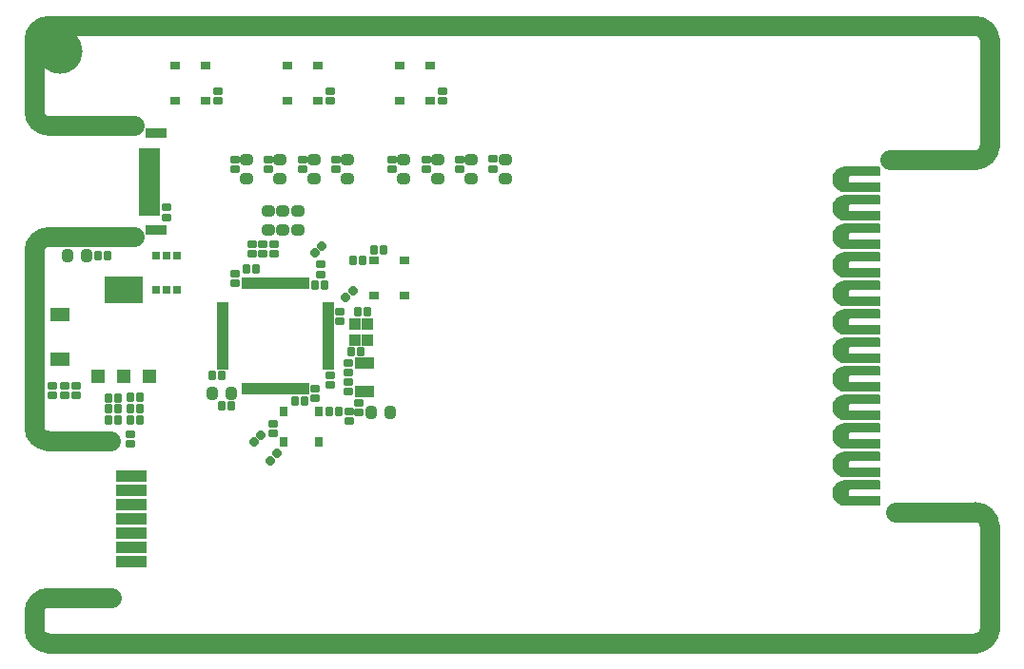
<source format=gbs>
G04*
G04 #@! TF.GenerationSoftware,Altium Limited,Altium Designer,26.2.0 (7)*
G04*
G04 Layer_Color=16711935*
%FSLAX44Y44*%
%MOMM*%
G71*
G04*
G04 #@! TF.SameCoordinates,5073EF85-569D-4715-B1C4-D54BA00D27BC*
G04*
G04*
G04 #@! TF.FilePolarity,Negative*
G04*
G01*
G75*
%ADD22C,1.7600*%
%ADD23R,1.9032X0.9032*%
%ADD24R,1.9032X0.5032*%
%ADD25R,2.7032X1.0032*%
G04:AMPARAMS|DCode=26|XSize=0.7432mm|YSize=0.8032mm|CornerRadius=0.1691mm|HoleSize=0mm|Usage=FLASHONLY|Rotation=0.000|XOffset=0mm|YOffset=0mm|HoleType=Round|Shape=RoundedRectangle|*
%AMROUNDEDRECTD26*
21,1,0.7432,0.4650,0,0,0.0*
21,1,0.4050,0.8032,0,0,0.0*
1,1,0.3382,0.2025,-0.2325*
1,1,0.3382,-0.2025,-0.2325*
1,1,0.3382,-0.2025,0.2325*
1,1,0.3382,0.2025,0.2325*
%
%ADD26ROUNDEDRECTD26*%
%ADD27C,1.2032*%
%ADD28C,4.0000*%
%ADD45R,1.8000X1.0000*%
G04:AMPARAMS|DCode=46|XSize=0.7432mm|YSize=0.8032mm|CornerRadius=0.1691mm|HoleSize=0mm|Usage=FLASHONLY|Rotation=270.000|XOffset=0mm|YOffset=0mm|HoleType=Round|Shape=RoundedRectangle|*
%AMROUNDEDRECTD46*
21,1,0.7432,0.4650,0,0,270.0*
21,1,0.4050,0.8032,0,0,270.0*
1,1,0.3382,-0.2325,-0.2025*
1,1,0.3382,-0.2325,0.2025*
1,1,0.3382,0.2325,0.2025*
1,1,0.3382,0.2325,-0.2025*
%
%ADD46ROUNDEDRECTD46*%
G04:AMPARAMS|DCode=47|XSize=0.7432mm|YSize=0.8032mm|CornerRadius=0.1691mm|HoleSize=0mm|Usage=FLASHONLY|Rotation=225.000|XOffset=0mm|YOffset=0mm|HoleType=Round|Shape=RoundedRectangle|*
%AMROUNDEDRECTD47*
21,1,0.7432,0.4650,0,0,225.0*
21,1,0.4050,0.8032,0,0,225.0*
1,1,0.3382,-0.3076,0.0212*
1,1,0.3382,-0.0212,0.3076*
1,1,0.3382,0.3076,-0.0212*
1,1,0.3382,0.0212,-0.3076*
%
%ADD47ROUNDEDRECTD47*%
%ADD48R,1.7032X1.2032*%
%ADD49R,1.2032X1.2032*%
%ADD50R,0.8032X0.7032*%
%ADD51R,0.5000X1.1000*%
%ADD52R,1.1000X0.5000*%
%ADD53R,0.8532X0.8032*%
%ADD54R,0.8032X0.8532*%
%ADD55R,3.4532X2.3532*%
G04:AMPARAMS|DCode=56|XSize=1.1532mm|YSize=1.0032mm|CornerRadius=0.3016mm|HoleSize=0mm|Usage=FLASHONLY|Rotation=0.000|XOffset=0mm|YOffset=0mm|HoleType=Round|Shape=RoundedRectangle|*
%AMROUNDEDRECTD56*
21,1,1.1532,0.4000,0,0,0.0*
21,1,0.5500,1.0032,0,0,0.0*
1,1,0.6032,0.2750,-0.2000*
1,1,0.6032,-0.2750,-0.2000*
1,1,0.6032,-0.2750,0.2000*
1,1,0.6032,0.2750,0.2000*
%
%ADD56ROUNDEDRECTD56*%
G04:AMPARAMS|DCode=57|XSize=1.1532mm|YSize=1.0032mm|CornerRadius=0.3016mm|HoleSize=0mm|Usage=FLASHONLY|Rotation=90.000|XOffset=0mm|YOffset=0mm|HoleType=Round|Shape=RoundedRectangle|*
%AMROUNDEDRECTD57*
21,1,1.1532,0.4000,0,0,90.0*
21,1,0.5500,1.0032,0,0,90.0*
1,1,0.6032,0.2000,0.2750*
1,1,0.6032,0.2000,-0.2750*
1,1,0.6032,-0.2000,-0.2750*
1,1,0.6032,-0.2000,0.2750*
%
%ADD57ROUNDEDRECTD57*%
%ADD58R,1.0032X1.1032*%
G36*
X753025Y146343D02*
X753739Y145629D01*
X754126Y144695D01*
Y144190D01*
Y138602D01*
X728980D01*
X728336Y138539D01*
X727145Y138046D01*
X726235Y137135D01*
X725741Y135944D01*
X725678Y135300D01*
X725741Y134656D01*
X726235Y133465D01*
X727145Y132554D01*
X728336Y132061D01*
X728980Y131998D01*
X754126D01*
Y126410D01*
Y125905D01*
X753739Y124971D01*
X753025Y124257D01*
X752091Y123870D01*
X751586D01*
Y123870D01*
X722630Y123870D01*
X721504D01*
X719296Y124309D01*
X717216Y125171D01*
X715344Y126422D01*
X713752Y128014D01*
X712501Y129886D01*
X711639Y131966D01*
X711200Y134174D01*
Y135300D01*
Y136426D01*
X711639Y138634D01*
X712501Y140714D01*
X713752Y142586D01*
X715344Y144178D01*
X717216Y145429D01*
X719296Y146291D01*
X721504Y146730D01*
X752091D01*
X753025Y146343D01*
D02*
G37*
G36*
Y171743D02*
X753739Y171029D01*
X754126Y170095D01*
Y169590D01*
Y164002D01*
X728980Y164002D01*
X728336Y163939D01*
X727145Y163445D01*
X726235Y162534D01*
X725741Y161344D01*
X725678Y160700D01*
X725741Y160056D01*
X726235Y158865D01*
X727145Y157954D01*
X728336Y157461D01*
X728980Y157398D01*
Y157398D01*
X754126Y157398D01*
Y151810D01*
Y151305D01*
X753739Y150371D01*
X753025Y149657D01*
X752091Y149270D01*
X751586D01*
Y149270D01*
X722630Y149270D01*
X721504D01*
X719296Y149709D01*
X717216Y150571D01*
X715344Y151822D01*
X713752Y153414D01*
X712501Y155286D01*
X711639Y157366D01*
X711200Y159574D01*
Y160700D01*
Y161826D01*
X711639Y164034D01*
X712501Y166114D01*
X713752Y167986D01*
X715344Y169578D01*
X717216Y170829D01*
X719296Y171691D01*
X721504Y172130D01*
X752091D01*
X753025Y171743D01*
D02*
G37*
G36*
Y197143D02*
X753739Y196429D01*
X754126Y195495D01*
Y194990D01*
Y194990D01*
Y189402D01*
X728980D01*
X728336Y189338D01*
X727145Y188846D01*
X726235Y187934D01*
X725741Y186744D01*
X725678Y186100D01*
X725741Y185456D01*
X726235Y184265D01*
X727145Y183354D01*
X728336Y182861D01*
X728980Y182798D01*
X754126D01*
Y177210D01*
Y176705D01*
X753739Y175771D01*
X753025Y175057D01*
X752091Y174670D01*
X721504D01*
X719296Y175109D01*
X717216Y175971D01*
X715344Y177222D01*
X713752Y178814D01*
X712501Y180686D01*
X711639Y182766D01*
X711200Y184974D01*
Y186100D01*
Y187226D01*
X711639Y189434D01*
X712501Y191514D01*
X713752Y193386D01*
X715344Y194978D01*
X717216Y196229D01*
X719296Y197091D01*
X721504Y197530D01*
X722630D01*
X751586Y197530D01*
X752091D01*
X753025Y197143D01*
D02*
G37*
G36*
X751586Y222930D02*
X752091D01*
X753025Y222543D01*
X753739Y221829D01*
X754126Y220895D01*
Y220390D01*
Y214802D01*
X728980D01*
X728336Y214739D01*
X727145Y214245D01*
X726235Y213335D01*
X725741Y212144D01*
X725678Y211500D01*
X725741Y210856D01*
X726235Y209666D01*
X727145Y208754D01*
X728336Y208261D01*
X728980Y208198D01*
X754126Y208198D01*
X754126Y202610D01*
Y202105D01*
X753739Y201171D01*
X753025Y200457D01*
X752091Y200070D01*
X751586D01*
Y200070D01*
X721504D01*
X719296Y200509D01*
X717216Y201371D01*
X715344Y202622D01*
X713752Y204214D01*
X712501Y206086D01*
X711639Y208166D01*
X711200Y210374D01*
Y211500D01*
Y212626D01*
X711639Y214834D01*
X712501Y216914D01*
X713752Y218786D01*
X715344Y220378D01*
X717216Y221629D01*
X719296Y222491D01*
X721504Y222930D01*
X722630D01*
X751586Y222930D01*
D02*
G37*
G36*
X753025Y247943D02*
X753739Y247229D01*
X754126Y246295D01*
Y245790D01*
X754126D01*
X754126Y240202D01*
X728980D01*
X728336Y240138D01*
X727145Y239646D01*
X726235Y238734D01*
X725741Y237544D01*
X725678Y236900D01*
X725741Y236256D01*
X726235Y235065D01*
X727145Y234154D01*
X728336Y233661D01*
X728980Y233598D01*
X754126D01*
Y228010D01*
Y227505D01*
X753739Y226571D01*
X753025Y225857D01*
X752091Y225470D01*
X751586D01*
Y225470D01*
X721504D01*
X719296Y225909D01*
X717216Y226771D01*
X715344Y228022D01*
X713752Y229614D01*
X712501Y231486D01*
X711639Y233566D01*
X711200Y235774D01*
Y236900D01*
Y238026D01*
X711639Y240234D01*
X712501Y242314D01*
X713752Y244186D01*
X715344Y245778D01*
X717216Y247029D01*
X719296Y247891D01*
X721504Y248330D01*
X752091D01*
X753025Y247943D01*
D02*
G37*
G36*
Y273343D02*
X753739Y272629D01*
X754126Y271695D01*
Y271190D01*
Y265602D01*
X728980Y265602D01*
X728336Y265539D01*
X727145Y265046D01*
X726235Y264135D01*
X725741Y262944D01*
X725678Y262300D01*
X725741Y261656D01*
X726235Y260466D01*
X727145Y259555D01*
X728336Y259061D01*
X728980Y258998D01*
Y258998D01*
X754126D01*
Y253410D01*
Y252905D01*
X753739Y251971D01*
X753025Y251257D01*
X752091Y250870D01*
X721504D01*
X719296Y251309D01*
X717216Y252171D01*
X715344Y253422D01*
X713752Y255014D01*
X712501Y256886D01*
X711639Y258966D01*
X711200Y261174D01*
Y262300D01*
Y263426D01*
X711639Y265634D01*
X712501Y267714D01*
X713752Y269586D01*
X715344Y271178D01*
X717216Y272429D01*
X719296Y273291D01*
X721504Y273730D01*
X752091D01*
X753025Y273343D01*
D02*
G37*
G36*
Y298743D02*
X753739Y298029D01*
X754126Y297095D01*
Y296590D01*
Y291002D01*
X728980D01*
X728336Y290938D01*
X727145Y290445D01*
X726235Y289534D01*
X725741Y288344D01*
X725678Y287700D01*
X725741Y287056D01*
X726235Y285865D01*
X727145Y284954D01*
X728336Y284461D01*
X728980Y284398D01*
Y284398D01*
X754126Y284398D01*
Y278810D01*
Y278305D01*
X753739Y277371D01*
X753025Y276657D01*
X752091Y276270D01*
X721504D01*
X719296Y276709D01*
X717216Y277571D01*
X715344Y278822D01*
X713752Y280414D01*
X712501Y282286D01*
X711639Y284366D01*
X711200Y286574D01*
Y287700D01*
Y288826D01*
X711639Y291034D01*
X712501Y293114D01*
X713752Y294986D01*
X715344Y296578D01*
X717216Y297829D01*
X719296Y298691D01*
X721504Y299130D01*
X752091D01*
X753025Y298743D01*
D02*
G37*
G36*
X753025Y324143D02*
X753739Y323429D01*
X754126Y322495D01*
Y321990D01*
X754126D01*
Y316402D01*
X728980D01*
X728336Y316339D01*
X727145Y315846D01*
X726235Y314935D01*
X725741Y313744D01*
X725678Y313100D01*
X725741Y312456D01*
X726235Y311266D01*
X727145Y310354D01*
X728336Y309861D01*
X728980Y309798D01*
X754126D01*
Y304210D01*
Y303705D01*
X753739Y302771D01*
X753025Y302057D01*
X752091Y301670D01*
X721504D01*
X719296Y302109D01*
X717216Y302971D01*
X715344Y304222D01*
X713752Y305814D01*
X712501Y307686D01*
X711639Y309766D01*
X711200Y311974D01*
Y313100D01*
Y314226D01*
X711639Y316434D01*
X712501Y318514D01*
X713752Y320386D01*
X715344Y321978D01*
X717216Y323229D01*
X719296Y324091D01*
X721504Y324530D01*
X752091D01*
X753025Y324143D01*
D02*
G37*
G36*
X753025Y349543D02*
X753739Y348829D01*
X754126Y347895D01*
Y347390D01*
Y341802D01*
X728980D01*
X728336Y341739D01*
X727145Y341245D01*
X726235Y340335D01*
X725741Y339144D01*
X725678Y338500D01*
X725741Y337856D01*
X726235Y336665D01*
X727145Y335754D01*
X728336Y335261D01*
X728980Y335198D01*
X754126D01*
Y329610D01*
Y329105D01*
X753739Y328171D01*
X753025Y327457D01*
X752091Y327070D01*
X751586D01*
Y327070D01*
X721504D01*
X719296Y327509D01*
X717216Y328371D01*
X715344Y329622D01*
X713752Y331214D01*
X712501Y333086D01*
X711639Y335166D01*
X711200Y337374D01*
Y338500D01*
Y339626D01*
X711639Y341834D01*
X712501Y343914D01*
X713752Y345786D01*
X715344Y347378D01*
X717216Y348629D01*
X719296Y349491D01*
X721504Y349930D01*
X752091D01*
X753025Y349543D01*
D02*
G37*
G36*
Y374943D02*
X753739Y374229D01*
X754126Y373295D01*
Y372790D01*
Y367202D01*
X728980D01*
X728336Y367138D01*
X727145Y366646D01*
X726235Y365734D01*
X725741Y364544D01*
X725678Y363900D01*
X725741Y363256D01*
X726235Y362066D01*
X727145Y361154D01*
X728336Y360661D01*
X728980Y360598D01*
X754126D01*
Y355010D01*
Y354505D01*
X753739Y353571D01*
X753025Y352857D01*
X752091Y352470D01*
X751586D01*
Y352470D01*
X722630Y352470D01*
X721504D01*
X719296Y352909D01*
X717216Y353771D01*
X715344Y355022D01*
X713752Y356614D01*
X712501Y358486D01*
X711639Y360566D01*
X711200Y362774D01*
Y363900D01*
Y365026D01*
X711639Y367234D01*
X712501Y369314D01*
X713752Y371186D01*
X715344Y372778D01*
X717216Y374029D01*
X719296Y374891D01*
X721504Y375330D01*
X752091D01*
X753025Y374943D01*
D02*
G37*
G36*
Y400343D02*
X753739Y399629D01*
X754126Y398695D01*
Y398190D01*
Y392602D01*
X728980Y392602D01*
X728336Y392538D01*
X727145Y392046D01*
X726235Y391134D01*
X725741Y389944D01*
X725678Y389300D01*
X725741Y388656D01*
X726235Y387465D01*
X727145Y386554D01*
X728336Y386061D01*
X728980Y385998D01*
Y385998D01*
X754126Y385998D01*
Y380410D01*
Y379905D01*
X753739Y378971D01*
X753025Y378257D01*
X752091Y377870D01*
X751586D01*
Y377870D01*
X722630Y377870D01*
X721504D01*
X719296Y378309D01*
X717216Y379171D01*
X715344Y380422D01*
X713752Y382014D01*
X712501Y383886D01*
X711639Y385966D01*
X711200Y388174D01*
Y389300D01*
Y390426D01*
X711639Y392634D01*
X712501Y394714D01*
X713752Y396586D01*
X715344Y398178D01*
X717216Y399429D01*
X719296Y400291D01*
X721504Y400730D01*
X752091D01*
X753025Y400343D01*
D02*
G37*
G36*
Y425743D02*
X753739Y425029D01*
X754126Y424095D01*
Y423590D01*
Y423590D01*
X754126Y418002D01*
X728980Y418002D01*
X728336Y417938D01*
X727145Y417445D01*
X726235Y416535D01*
X725741Y415344D01*
X725678Y414700D01*
X725741Y414056D01*
X726235Y412865D01*
X727145Y411954D01*
X728336Y411461D01*
X728980Y411398D01*
Y411398D01*
X754126Y411398D01*
Y405810D01*
Y405305D01*
X753739Y404371D01*
X753025Y403657D01*
X752091Y403270D01*
X721504D01*
X719296Y403709D01*
X717216Y404571D01*
X715344Y405822D01*
X713752Y407414D01*
X712501Y409286D01*
X711639Y411366D01*
X711200Y413574D01*
Y414700D01*
Y415826D01*
X711639Y418034D01*
X712501Y420114D01*
X713752Y421986D01*
X715344Y423578D01*
X717216Y424829D01*
X719296Y425691D01*
X721504Y426130D01*
X722630D01*
X751586Y426130D01*
X752091D01*
X753025Y425743D01*
D02*
G37*
D22*
X13970Y363220D02*
G03*
X1270Y350520I0J-12700D01*
G01*
Y13970D02*
G03*
X13970Y1270I12700J0D01*
G01*
X1270Y474980D02*
G03*
X13970Y462280I12700J0D01*
G01*
X1270Y193294D02*
G03*
X12700Y181864I11430J0D01*
G01*
X13970Y41800D02*
G03*
X1270Y29100I0J-12700D01*
G01*
X13970Y551270D02*
G03*
X1270Y538570I0J-12700D01*
G01*
X851270D02*
G03*
X838570Y551270I-12700J0D01*
G01*
X838588Y1270D02*
G03*
X851288Y13970I0J12700D01*
G01*
X838570Y431800D02*
G03*
X851270Y444500I0J12700D01*
G01*
X851288Y105410D02*
G03*
X838588Y118110I-12700J0D01*
G01*
X12700Y181864D02*
X69392D01*
X767080Y118110D02*
X838588D01*
X1270Y474980D02*
Y538570D01*
Y193294D02*
Y350520D01*
Y13970D02*
Y29100D01*
X13970Y551270D02*
X838570D01*
X13970Y363220D02*
X90330D01*
X13970Y462280D02*
X89830D01*
X13970Y41800D02*
X69456D01*
X13970Y1270D02*
X838588D01*
X762000Y431800D02*
X838570D01*
X851288Y13970D02*
Y105410D01*
X851270Y444500D02*
Y538570D01*
D23*
X109610Y455700D02*
D03*
Y369300D02*
D03*
D24*
X104110Y440000D02*
D03*
Y435000D02*
D03*
X104110Y430000D02*
D03*
Y425000D02*
D03*
Y420000D02*
D03*
X104110Y415000D02*
D03*
Y410000D02*
D03*
X104110Y405000D02*
D03*
Y400000D02*
D03*
Y395000D02*
D03*
X104110Y390000D02*
D03*
Y385000D02*
D03*
D25*
X87490Y137200D02*
D03*
Y124500D02*
D03*
Y111800D02*
D03*
Y99100D02*
D03*
Y86400D02*
D03*
Y73700D02*
D03*
Y149900D02*
D03*
D26*
X272290Y208026D02*
D03*
X263650D02*
D03*
X259844Y320548D02*
D03*
X251204D02*
D03*
X66410Y346964D02*
D03*
X311882Y351282D02*
D03*
X168404Y239776D02*
D03*
X168144Y212852D02*
D03*
X76123Y219925D02*
D03*
X86358Y200025D02*
D03*
Y210185D02*
D03*
Y220091D02*
D03*
X76123Y210019D02*
D03*
X76123Y199859D02*
D03*
X176784Y212852D02*
D03*
X57770Y346964D02*
D03*
X94998Y200025D02*
D03*
X67483Y219925D02*
D03*
X67483Y199859D02*
D03*
X284984Y342138D02*
D03*
X293624D02*
D03*
X94998Y220091D02*
D03*
X198376Y334772D02*
D03*
X189736D02*
D03*
X297436Y296418D02*
D03*
X288796D02*
D03*
X282954Y261112D02*
D03*
X291594D02*
D03*
X232916Y216662D02*
D03*
X241556D02*
D03*
X159764Y239776D02*
D03*
X67483Y210019D02*
D03*
X303242Y351282D02*
D03*
X94998Y210185D02*
D03*
D27*
X717804Y135300D02*
D03*
Y414700D02*
D03*
Y186100D02*
D03*
Y160700D02*
D03*
Y236900D02*
D03*
Y211500D02*
D03*
Y389300D02*
D03*
Y363900D02*
D03*
Y338500D02*
D03*
Y313100D02*
D03*
Y287700D02*
D03*
Y262300D02*
D03*
D28*
X23970Y528570D02*
D03*
D45*
X295148Y250752D02*
D03*
Y225752D02*
D03*
D46*
X290322Y206500D02*
D03*
Y215140D02*
D03*
X179832Y330710D02*
D03*
Y322070D02*
D03*
X214630Y357126D02*
D03*
Y348486D02*
D03*
X273050Y296928D02*
D03*
Y288288D02*
D03*
X213868Y197106D02*
D03*
Y188466D02*
D03*
X281432Y198880D02*
D03*
Y207520D02*
D03*
X255778Y338582D02*
D03*
Y329942D02*
D03*
X86360Y187200D02*
D03*
Y178560D02*
D03*
X28218Y230634D02*
D03*
X38886Y230634D02*
D03*
X17042D02*
D03*
X264160Y240032D02*
D03*
X250952Y227840D02*
D03*
X280670Y233936D02*
D03*
Y225296D02*
D03*
X269748Y423670D02*
D03*
Y432310D02*
D03*
X319786Y423670D02*
D03*
Y432310D02*
D03*
X195326Y348488D02*
D03*
Y357128D02*
D03*
X239776Y423670D02*
D03*
Y432310D02*
D03*
X349758Y423670D02*
D03*
Y432310D02*
D03*
X204724Y348486D02*
D03*
Y357126D02*
D03*
X209804Y423790D02*
D03*
Y432430D02*
D03*
X379730Y423670D02*
D03*
Y432310D02*
D03*
X179832Y423790D02*
D03*
Y432430D02*
D03*
X409702Y423924D02*
D03*
Y432564D02*
D03*
X364744Y484500D02*
D03*
Y493140D02*
D03*
X164846Y484500D02*
D03*
Y493140D02*
D03*
X264414Y484500D02*
D03*
Y493140D02*
D03*
X17042Y221994D02*
D03*
X264160Y231392D02*
D03*
X250952Y219200D02*
D03*
X280670Y251208D02*
D03*
Y242568D02*
D03*
X119126Y380744D02*
D03*
Y389384D02*
D03*
X38886Y221994D02*
D03*
X28218Y221994D02*
D03*
D47*
X217177Y170187D02*
D03*
X211067Y164077D02*
D03*
X278377Y309365D02*
D03*
X284487Y315475D02*
D03*
X202699Y186951D02*
D03*
X196589Y180841D02*
D03*
X250685Y349237D02*
D03*
X256794Y355346D02*
D03*
D48*
X24384Y254426D02*
D03*
Y293796D02*
D03*
D49*
X57770Y238900D02*
D03*
X80770Y238900D02*
D03*
X103770Y238900D02*
D03*
D50*
X119126Y346216D02*
D03*
Y316216D02*
D03*
X128626Y316216D02*
D03*
X109626D02*
D03*
X128626Y346216D02*
D03*
X109626D02*
D03*
D51*
X203013Y228000D02*
D03*
X243013Y322000D02*
D03*
X218013Y228000D02*
D03*
X208013Y228000D02*
D03*
X238013Y322000D02*
D03*
X213013Y228000D02*
D03*
X243013D02*
D03*
X188013Y322000D02*
D03*
X198013Y228000D02*
D03*
X193013D02*
D03*
X188013D02*
D03*
X223013D02*
D03*
X228013D02*
D03*
X233013D02*
D03*
X208013Y322000D02*
D03*
X203013D02*
D03*
X198013D02*
D03*
X213013Y322000D02*
D03*
X218013D02*
D03*
X223013Y322000D02*
D03*
X228013D02*
D03*
X233013D02*
D03*
X238013Y228000D02*
D03*
X193013Y322000D02*
D03*
D52*
X262513Y292500D02*
D03*
X262513Y302499D02*
D03*
X262513Y287499D02*
D03*
Y247499D02*
D03*
X168513D02*
D03*
Y257499D02*
D03*
X168513Y272499D02*
D03*
Y277499D02*
D03*
X168513Y282499D02*
D03*
Y287499D02*
D03*
Y292499D02*
D03*
Y297499D02*
D03*
X168513Y302499D02*
D03*
X262513Y252499D02*
D03*
Y257499D02*
D03*
Y262499D02*
D03*
Y267499D02*
D03*
Y297499D02*
D03*
X262513Y272499D02*
D03*
Y277499D02*
D03*
X168513Y262499D02*
D03*
X262513Y282499D02*
D03*
X168513Y252499D02*
D03*
Y267499D02*
D03*
D53*
X326250Y484500D02*
D03*
Y515500D02*
D03*
X226250Y484500D02*
D03*
Y515500D02*
D03*
X126250Y484500D02*
D03*
Y515500D02*
D03*
X303242Y342398D02*
D03*
Y311398D02*
D03*
X330742Y342398D02*
D03*
Y311398D02*
D03*
X353750Y484500D02*
D03*
Y515500D02*
D03*
X153750Y484500D02*
D03*
Y515500D02*
D03*
X253750Y484500D02*
D03*
Y515500D02*
D03*
D54*
X254006Y180560D02*
D03*
X223006D02*
D03*
X254006Y208060D02*
D03*
X223006D02*
D03*
D55*
X80770Y316000D02*
D03*
D56*
X280000Y432430D02*
D03*
Y415430D02*
D03*
X330000Y432430D02*
D03*
Y415430D02*
D03*
X209804Y369566D02*
D03*
Y386566D02*
D03*
X250000Y432430D02*
D03*
Y415430D02*
D03*
X360000Y432430D02*
D03*
Y415430D02*
D03*
X222504Y369452D02*
D03*
Y386452D02*
D03*
X220000Y432430D02*
D03*
Y415430D02*
D03*
X390000Y432430D02*
D03*
Y415430D02*
D03*
X235458Y369452D02*
D03*
Y386452D02*
D03*
X190000Y432430D02*
D03*
Y415430D02*
D03*
X420000Y432430D02*
D03*
Y415430D02*
D03*
D57*
X300872Y206500D02*
D03*
X317872D02*
D03*
X47616Y346964D02*
D03*
X30616D02*
D03*
X176902Y223774D02*
D03*
X159902D02*
D03*
D58*
X297330Y271638D02*
D03*
Y285638D02*
D03*
X286330Y271638D02*
D03*
Y285638D02*
D03*
M02*

</source>
